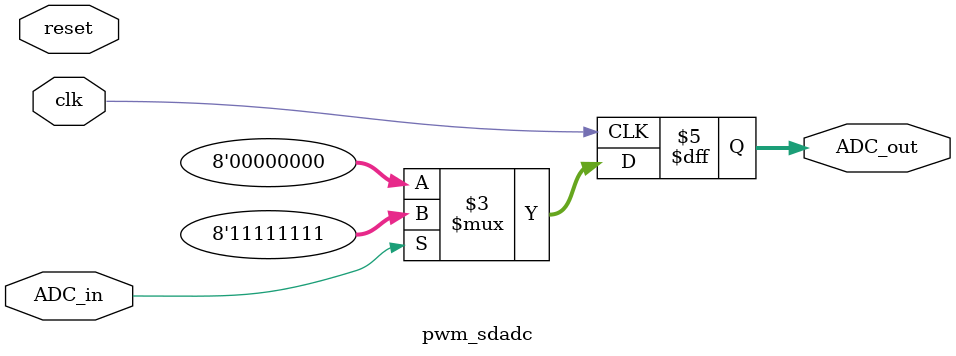
<source format=v>


module pwm_sddac
  (
   input            clk_i,
   input            reset,
   input [msbi_g:0] dac_i,
   output           dac_o
   );

   parameter msbi_g = 9;

   reg [msbi_g+2 : 0] sig_in = 0;
   reg                dac_o_int;

   always @(posedge clk_i)
     begin
        // Disabling reset as the DC offset causes a noticable click
        // if reset = '1' then
        //   sig_in <= to_unsigned(2**(msbi_g+1), sig_in'length);
        //   dac_o_int  <= not dac_o_int;
        // else
        sig_in <= sig_in + { sig_in[msbi_g+2], sig_in[msbi_g+2] , dac_i};
        dac_o_int <= sig_in[msbi_g+2];
     end

  assign dac_o = dac_o_int;

endmodule

// =================================================================

module pwm_sdadc
  (
   input clk, // main clock signal (the higher the better)
   input reset,
   output reg [7:0] ADC_out, // binary input of signal to be converted
   input ADC_in // "analog" paddle input pin
   );

   // Dummy implementation (no real A/D conversion performed)
   always @(posedge clk)
	  if (ADC_in)
		 ADC_out <= 8'hff;
	  else
		 ADC_out <= 8'h00;
endmodule // pwm_sdadc

</source>
